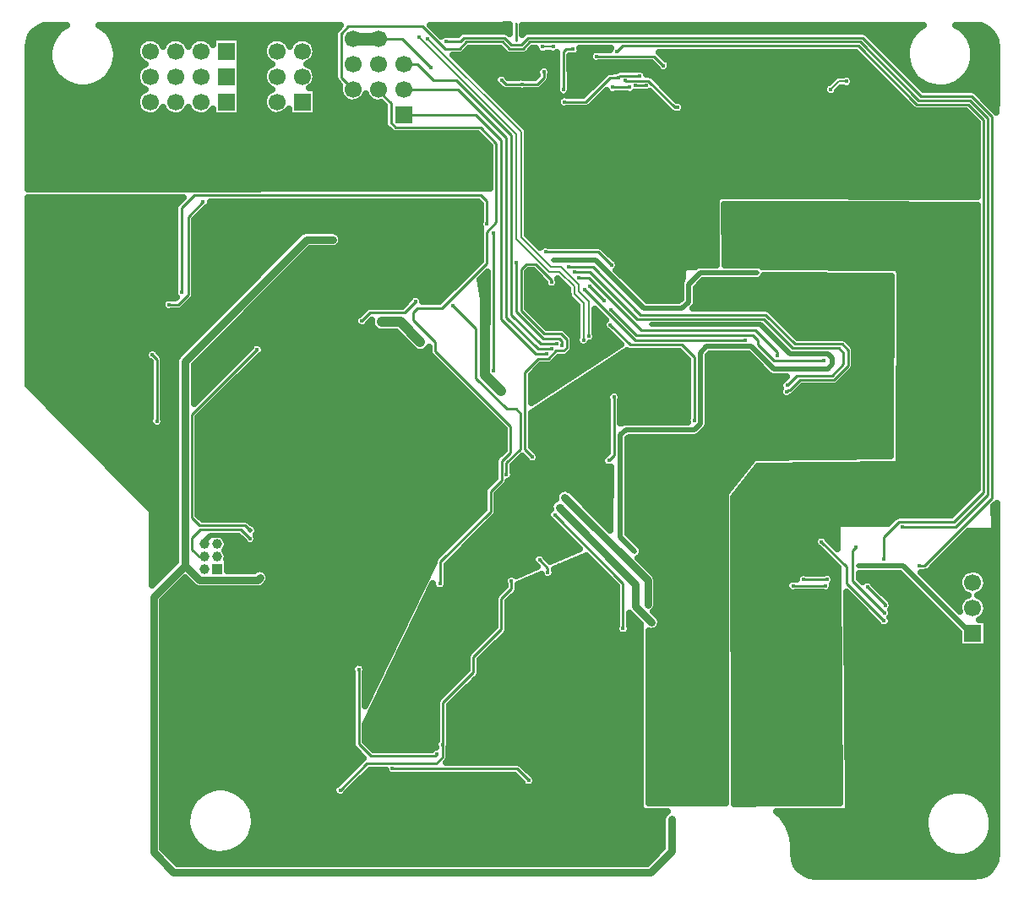
<source format=gbl>
G04 DipTrace 2.4.0.2*
%INBottom.gbr*%
%MOIN*%
%ADD13C,0.01*%
%ADD14C,0.015*%
%ADD15C,0.04*%
%ADD17C,0.0079*%
%ADD18C,0.02*%
%ADD19C,0.03*%
%ADD21C,0.05*%
%ADD22C,0.007*%
%ADD23C,0.025*%
%ADD34R,0.0669X0.0669*%
%ADD35C,0.0669*%
%ADD40R,0.0394X0.0394*%
%ADD41C,0.0394*%
%ADD74C,0.011*%
%FSLAX44Y44*%
G04*
G70*
G90*
G75*
G01*
%LNBottom*%
%LPD*%
X18300Y26212D2*
D15*
X19031D1*
X19820Y25422D1*
X9900Y26892D2*
D13*
X10260D1*
X10660Y27292D1*
Y30362D1*
X11250Y30952D1*
X19640Y27017D2*
X19205Y26582D1*
X17850D1*
X17521Y26253D1*
X22370Y26972D2*
D15*
Y24122D1*
X22570Y23922D1*
X22785Y23707D1*
X23000Y23492D1*
X22370Y26972D2*
Y27362D1*
X22780Y23712D2*
X22785Y23707D1*
X22570Y23922D2*
D3*
X11290Y17442D2*
D18*
Y17542D1*
X11550Y17802D1*
X12060D1*
X12250Y17612D1*
X12680D1*
X13070Y17222D1*
X15250D1*
D14*
X15310Y17282D1*
X39510Y16582D2*
D13*
X39710D1*
X42370Y19242D1*
Y34322D1*
X41563Y35129D1*
X39563D1*
X37260Y37432D1*
X24081D1*
X23816Y37166D1*
X23408D1*
X23143Y37432D1*
X21545D1*
X21410Y37297D1*
X20837D1*
X18160Y35402D2*
Y35492D1*
X18010D1*
Y35402D1*
X18100D1*
X18660Y34842D1*
Y34072D1*
X18840Y33892D1*
X22190D1*
X22820Y33262D1*
Y30142D1*
X22440Y29762D1*
Y28522D1*
X20680Y26762D1*
X19690D1*
X19530Y26602D1*
Y26302D1*
X20410Y25422D1*
Y25062D1*
X23380Y22092D1*
Y21062D1*
X23030Y20712D1*
Y19962D1*
X22590Y19522D1*
Y18722D1*
X20610Y16742D1*
Y15902D1*
X20590Y15882D1*
X20430Y12102D2*
X20060D1*
X19540Y11582D1*
X11290Y16942D2*
X11110D1*
X10820Y17232D1*
Y17692D1*
X11140Y18012D1*
X12750D1*
X13100Y17662D1*
X13090Y17982D2*
X12900Y18172D1*
X11120D1*
X10800Y18492D1*
Y22542D1*
X13380Y25122D1*
X28930Y26122D2*
D18*
X33240D1*
X34410Y24952D1*
X35900D1*
X36080Y24772D1*
Y24542D1*
X35900Y24362D1*
X33760D1*
X32880Y25242D1*
X31110D1*
X30870Y25002D1*
Y22202D1*
X30630Y21962D1*
X27930D1*
X27710Y21742D1*
Y17722D1*
X28280Y17152D1*
X25340Y18882D2*
D19*
X25300D1*
X28320Y15862D1*
Y14972D1*
X28940Y14352D1*
X28790Y15042D2*
Y16022D1*
X25520Y19292D1*
X27820Y14112D2*
D13*
Y15902D1*
X25130Y18592D1*
X23220Y20202D2*
Y20652D1*
X23770Y21202D1*
Y22602D1*
X23590Y22782D1*
X23240D1*
X22020Y24002D1*
Y25942D1*
X21100Y26862D1*
X26070Y27952D2*
X26460D1*
X28530Y25882D1*
X33050D1*
X33900Y25032D1*
Y24872D1*
X25910Y28182D2*
X26520D1*
X28370Y26332D1*
X33360D1*
X34520Y25172D1*
X36330D1*
X36510Y24992D1*
Y24552D1*
X36060Y24102D1*
X34680D1*
X34290Y23712D1*
X32630Y25492D2*
X28290D1*
X26290Y27492D1*
X22720Y24292D2*
Y29732D1*
X24770Y28982D2*
X26840D1*
X27360Y28462D1*
X26490Y27632D2*
X27060Y27062D1*
X25660Y28372D2*
X26630D1*
X28500Y26502D1*
X33430D1*
X34590Y25342D1*
X36460D1*
X36700Y25102D1*
Y24502D1*
X36130Y23932D1*
X34810D1*
X34410Y23532D1*
X34340D1*
X34270Y23462D1*
X30630Y22312D2*
Y24822D1*
X30140Y25312D1*
X28100D1*
X27310Y26102D1*
X37110Y16582D2*
D18*
X38870D1*
X41530Y13922D1*
X41620D1*
X29969Y34680D2*
D13*
X29861D1*
X28810Y35732D1*
X27890D1*
Y35744D1*
X17160Y37402D2*
D21*
X18160D1*
D13*
X19090D1*
X20250Y36242D1*
X16360Y29462D2*
D19*
X15330D1*
X10538Y24670D1*
Y18302D1*
Y16603D1*
X11110Y16032D1*
X13410D1*
X13500Y16122D1*
X29730Y6572D2*
Y5312D1*
X28900Y4482D1*
X10080D1*
X9290Y5272D1*
Y15355D1*
X10538Y16603D1*
X25080Y28642D2*
D18*
X26750D1*
X28650Y26742D1*
X30140D1*
X30390Y26992D1*
Y27692D1*
X30860Y28162D1*
X33090D1*
X25000Y27782D2*
D13*
Y27852D1*
X24360Y28492D1*
X24010D1*
X23800Y28282D1*
Y26662D1*
X24710Y25752D1*
X25370D1*
X25600Y25522D1*
Y25202D1*
X25470Y25072D1*
X25180D1*
X24870Y24762D1*
X24470D1*
X23940Y24232D1*
Y21172D1*
X24230Y20882D1*
X35740Y24682D2*
X33780D1*
X33153Y25309D1*
Y25499D1*
X32950Y25702D1*
X28350D1*
X27350Y26702D1*
X23610Y28552D2*
Y26612D1*
X24660Y25562D1*
X25290D1*
X25410Y25442D1*
Y25282D1*
X27460Y23242D2*
Y20942D1*
X27260Y20742D1*
X38140Y14722D2*
X36870Y15992D1*
Y17192D1*
X36990Y17312D1*
X23592Y37334D2*
Y37993D1*
X38115Y14417D2*
X36630Y15902D1*
Y16552D1*
X35650Y17532D1*
X24850Y16335D2*
Y16502D1*
X24530Y16822D1*
X9430Y22302D2*
Y24732D1*
X9251Y24910D1*
X24800Y24962D2*
X24370D1*
X23010Y26322D1*
Y33382D1*
X21990Y34402D1*
X19160D1*
X24990Y25152D2*
X24460D1*
X23210Y26402D1*
Y33482D1*
X21290Y35402D1*
X19160D1*
X25190Y25342D2*
X24560D1*
X23410Y26492D1*
Y33582D1*
X21241Y35751D1*
X20350D1*
X19700Y36402D1*
X19160D1*
X35865Y16046D2*
X34950D1*
X35800Y15792D2*
X34530D1*
X38850Y18122D2*
X40950D1*
X42210Y19382D1*
Y34252D1*
X41497Y34965D1*
X39487D1*
X37180Y37272D1*
X24154D1*
X23882Y37000D1*
X23338D1*
X23067Y37271D1*
X21643D1*
X21365Y36993D1*
X20794D1*
X19916Y37872D1*
X16980D1*
X16700Y37592D1*
Y35862D1*
X17160Y35402D1*
X38160Y15032D2*
Y15052D1*
X37460Y15752D1*
X20690Y9532D2*
Y9032D1*
X20440Y8782D1*
X17720D1*
X16660Y7722D1*
X23410Y15982D2*
Y15682D1*
X23010Y15282D1*
Y14082D1*
X21910Y12982D1*
Y12382D1*
X20710Y11182D1*
Y9532D1*
X20690D1*
X17390Y12502D2*
Y9552D1*
X17870Y9072D1*
X20390D1*
X20480Y9162D1*
X24090Y8112D2*
X24110D1*
X23640Y8582D1*
X18720D1*
X10400Y27382D2*
Y30722D1*
X10890Y31212D1*
X22200D1*
X22440Y30972D1*
Y30072D1*
X27640Y35852D2*
Y35872D1*
X27700Y35932D1*
X28471D1*
X28481Y35922D1*
X25500Y34902D2*
X26350D1*
X27300Y35852D1*
X27640D1*
X24690Y36077D2*
Y35862D1*
X24430Y35602D1*
X23826D1*
X23190D1*
X23030Y35762D1*
X26770Y36692D2*
X29050D1*
X29410Y36332D1*
X28730Y35542D2*
X28290D1*
X25470Y35392D2*
Y36902D1*
X25555Y36987D1*
X25850D1*
X24650Y37072D2*
D22*
X25060D1*
X27570Y36882D2*
D13*
X27800Y37112D1*
X37110D1*
X39420Y34802D1*
X41430D1*
X42050Y34182D1*
Y19502D1*
X40870Y18322D1*
X38690D1*
X38100Y17732D1*
Y16862D1*
X28087Y35472D2*
X27410D1*
X26260Y25502D2*
D17*
Y26962D1*
X25890Y27332D1*
Y27612D1*
X25310Y28192D1*
X24890D1*
X23600Y29482D1*
Y33628D1*
X19760Y37468D1*
X36633Y35705D2*
X36331D1*
X36013Y35386D1*
X26470Y25642D2*
Y27012D1*
X26060Y27422D1*
Y27692D1*
X25370Y28382D1*
X24960D1*
X23790Y29552D1*
Y33714D1*
X20105Y37400D1*
D14*
X18300Y26212D3*
X19820Y25422D3*
X9900Y26892D3*
X11250Y30952D3*
X19640Y27017D3*
X17521Y26253D3*
X22370Y26972D3*
X23000Y23492D3*
X22370Y26972D3*
X39510Y16582D3*
X20837Y37297D3*
X20590Y15882D3*
X20430Y12102D3*
X13100Y17662D3*
X13380Y25122D3*
D18*
X13090Y17982D3*
D14*
X28930Y26122D3*
X28280Y17152D3*
X25340Y18882D3*
X28940Y14352D3*
D18*
X28790Y15042D3*
D14*
X25520Y19292D3*
X27820Y14112D3*
X25130Y18592D3*
X23220Y20202D3*
X21100Y26862D3*
X26070Y27952D3*
X33900Y24872D3*
X25910Y28182D3*
X34290Y23712D3*
X32630Y25492D3*
X26290Y27492D3*
X22720Y24292D3*
Y29732D3*
X24770Y28982D3*
X27360Y28462D3*
X26490Y27632D3*
X27060Y27062D3*
X25660Y28372D3*
X34270Y23462D3*
X30630Y22312D3*
X27310Y26102D3*
X37110Y16582D3*
X29969Y34680D3*
X27890Y35744D3*
X20250Y36242D3*
X16360Y29462D3*
X10538Y24670D3*
Y18302D3*
X13500Y16122D3*
X29730Y6572D3*
X25080Y28642D3*
X33090Y28162D3*
X25000Y27782D3*
X24230Y20882D3*
X35740Y24682D3*
X27350Y26702D3*
X23610Y28552D3*
X25410Y25282D3*
X27460Y23242D3*
X27260Y20742D3*
X38140Y14722D3*
X36990Y17312D3*
D74*
X23592Y37334D3*
Y37993D3*
D14*
X38115Y14417D3*
X35650Y17532D3*
X24850Y16335D3*
X24530Y16822D3*
X9430Y22302D3*
X9251Y24910D3*
X24800Y24962D3*
X24990Y25152D3*
X25190Y25342D3*
X35865Y16046D3*
X34950D3*
X35800Y15792D3*
X34530D3*
X38850Y18122D3*
X38160Y15032D3*
X37460Y15752D3*
X20690Y9532D3*
X16660Y7722D3*
X23410Y15982D3*
X20690Y9532D3*
X17390Y12502D3*
X20480Y9162D3*
X24090Y8112D3*
X18720Y8582D3*
X10400Y27382D3*
X22440Y30072D3*
X27640Y35852D3*
X28481Y35922D3*
X25500Y34902D3*
X27640Y35852D3*
X24690Y36077D3*
X23826Y35602D3*
X23030Y35762D3*
X26770Y36692D3*
X29410Y36332D3*
X28730Y35542D3*
X28290D3*
X25470Y35392D3*
X25850Y36987D3*
X24650Y37072D3*
X25060D3*
X27570Y36882D3*
X38100Y16862D3*
X28087Y35472D3*
X27410D3*
X26260Y25502D3*
X19760Y37468D3*
X36633Y35705D3*
X36013Y35386D3*
X26470Y25642D3*
X20105Y37400D3*
X24310Y22482D3*
X24610D3*
Y22182D3*
X24310D3*
Y21882D3*
X24610D3*
X24910Y22482D3*
Y22182D3*
X29410Y24482D3*
X29810D3*
X30210D3*
Y24082D3*
Y23682D3*
X29810Y24082D3*
X29410D3*
Y23682D3*
X29810D3*
X24810Y27082D3*
X25210D3*
X25010Y26682D3*
X25410D3*
X25610Y27082D3*
X25810Y26682D3*
X24910Y26882D3*
X25310D3*
X24810Y26482D3*
X24910Y26282D3*
X25710Y26882D3*
X25010Y26082D3*
X25210Y26482D3*
X25310Y26282D3*
X25410Y26082D3*
X25610Y26482D3*
X25710Y26282D3*
X25810Y26082D3*
X25710Y24082D3*
X24810D3*
X25110D3*
X25410D3*
X24810Y23782D3*
X25110D3*
X24810Y23482D3*
X24510Y23782D3*
Y23482D3*
X25410Y23782D3*
X17710Y10282D3*
X17910D3*
X18110D3*
X18310D3*
X18510D3*
X18710D3*
X17810Y10082D3*
X18010D3*
X18210D3*
X18410D3*
X18610D3*
X17910Y9882D3*
X18110D3*
X18310D3*
X18510D3*
X18710D3*
X17710D3*
X22370Y27362D3*
X22780Y23712D3*
X22570Y23922D3*
X11910Y22582D3*
X31910Y30582D3*
Y30382D3*
Y30182D3*
Y29982D3*
X32110Y30582D3*
Y30382D3*
Y30182D3*
Y29982D3*
X32310Y30582D3*
Y30382D3*
Y30182D3*
Y29982D3*
X32510Y30582D3*
Y30382D3*
Y30182D3*
Y29982D3*
X31010Y8682D3*
X31310D3*
X31610D3*
X31910D3*
Y8482D3*
X31610D3*
X31310D3*
X31010D3*
Y8282D3*
X31310D3*
X31610D3*
X31910D3*
Y8082D3*
X31610D3*
X31310D3*
X31010D3*
X34610Y9082D3*
X34910D3*
X35210D3*
X35510D3*
X35810D3*
X35510Y8782D3*
X35810D3*
X35210D3*
X34910D3*
X34610D3*
Y8482D3*
X34910D3*
X35210D3*
X35510D3*
X35810D3*
Y8182D3*
X35510D3*
X35210D3*
X34910D3*
X34610D3*
X28410Y28182D3*
X28710D3*
X29010D3*
X29310D3*
X28410Y27982D3*
X28710D3*
X29010D3*
X29310D3*
Y27782D3*
X29010D3*
X28710D3*
X28410D3*
X15510Y17482D3*
X15910D3*
X15710Y17282D3*
X15310D3*
X15910Y14582D3*
X16910D3*
X17910D3*
X18910D3*
Y13582D3*
X17910D3*
X16910D3*
X15910D3*
Y12582D3*
X16910D3*
Y11582D3*
X15910D3*
X16910Y10582D3*
X15910D3*
X16910Y9582D3*
X15910D3*
X16910Y8582D3*
X15910D3*
Y7582D3*
X23910Y14582D3*
X24910D3*
X25910D3*
Y13582D3*
X24910D3*
X23910D3*
Y12582D3*
X24910D3*
X25910D3*
X26910D3*
Y13582D3*
X27910Y12582D3*
X23910Y6582D3*
X22910D3*
X21910D3*
Y7582D3*
X22910D3*
X23910D3*
X24910Y29582D3*
X17910Y28582D3*
X31410Y27582D3*
Y27282D3*
Y26982D3*
X31710D3*
Y27282D3*
Y27582D3*
X32010D3*
Y27282D3*
Y26982D3*
X32310D3*
Y27282D3*
Y27582D3*
X25910Y29582D3*
X26910D3*
X27910D3*
X28910D3*
X24910Y30582D3*
X25910D3*
X26910D3*
X27910D3*
X28910D3*
X24910Y31582D3*
X25910D3*
X26910D3*
X27910D3*
X28910D3*
X29910D3*
Y30582D3*
X17910Y29582D3*
X16910D3*
X18910Y28582D3*
Y29582D3*
Y27582D3*
X19910Y28582D3*
Y29582D3*
X20910Y28582D3*
Y29582D3*
X16910Y30582D3*
X17910D3*
X18910D3*
X19910D3*
X20910D3*
X6910Y31582D3*
X5910D3*
X4910D3*
Y32582D3*
X5910D3*
X6910D3*
Y33582D3*
X5910D3*
X4910D3*
Y34582D3*
X5910D3*
X6910D3*
X12910Y22582D3*
X13910D3*
X14910D3*
X15910D3*
X11910Y21582D3*
X12910D3*
X13910D3*
X14910D3*
X15910D3*
X16910D3*
Y20582D3*
X15910D3*
X14910D3*
X13910D3*
X12910D3*
X11910D3*
X12910Y19582D3*
X13910D3*
X14910D3*
X15910D3*
X16910D3*
X17910D3*
Y20582D3*
X7910Y29582D3*
X8910D3*
X9910D3*
Y28582D3*
X8910D3*
X7910D3*
Y27582D3*
X8910D3*
X9910D3*
X23785Y36582D3*
X24035D3*
Y36332D3*
X23785D3*
X28020Y34932D3*
X28320D3*
X28160Y34082D3*
X27660D3*
X22910Y37082D3*
X22410D3*
X21910D3*
X22410Y36582D3*
Y36082D3*
X25160Y35832D3*
X24910Y36082D3*
X25910Y35832D3*
X26410D3*
X26910Y36082D3*
Y37082D3*
X10160Y22332D3*
X7410Y24332D3*
Y25082D3*
X8160D3*
X39740Y16302D3*
X27799Y24938D2*
D23*
X30131D1*
X27412Y24689D2*
X30354D1*
X27029Y24440D2*
X30354D1*
X26642Y24192D2*
X30354D1*
X26259Y23943D2*
X30354D1*
X25873Y23694D2*
X30354D1*
X25490Y23446D2*
X27249D1*
X27674D2*
X30354D1*
X25103Y23197D2*
X27163D1*
X27759D2*
X30354D1*
X24720Y22948D2*
X27182D1*
X27736D2*
X30354D1*
X24334Y22700D2*
X27182D1*
X27736D2*
X30354D1*
X24216Y22451D2*
X27182D1*
X27736D2*
X30354D1*
X24216Y22202D2*
X27182D1*
X24216Y21954D2*
X27182D1*
X24216Y21705D2*
X27182D1*
X24216Y21456D2*
X27182D1*
X24287Y21208D2*
X27182D1*
X24521Y20959D2*
X27065D1*
X23658Y20710D2*
X23987D1*
X24474D2*
X26959D1*
X23498Y20461D2*
X27327D1*
X23521Y20213D2*
X27323D1*
X23388Y19964D2*
X27319D1*
X23166Y19715D2*
X27315D1*
X22916Y19467D2*
X25190D1*
X25869D2*
X27311D1*
X22865Y19218D2*
X25151D1*
X26115D2*
X27311D1*
X22865Y18969D2*
X24936D1*
X26365D2*
X27307D1*
X22865Y18721D2*
X24862D1*
X26615D2*
X27303D1*
X22720Y18472D2*
X24854D1*
X26861D2*
X27299D1*
X22474Y18223D2*
X25116D1*
X27111D2*
X27295D1*
X22224Y17975D2*
X25366D1*
X21974Y17726D2*
X25616D1*
X21728Y17477D2*
X25862D1*
X21478Y17229D2*
X26045D1*
X21228Y16980D2*
X24280D1*
X24783D2*
X25452D1*
X20982Y16731D2*
X24245D1*
X20888Y16482D2*
X24260D1*
X20888Y16234D2*
X23272D1*
X20888Y15985D2*
X23108D1*
X20849Y15736D2*
X23084D1*
X20150Y15488D2*
X22834D1*
X20033Y15239D2*
X22733D1*
X19912Y14990D2*
X22733D1*
X19795Y14742D2*
X22733D1*
X19674Y14493D2*
X22733D1*
X19556Y14244D2*
X22733D1*
X19435Y13996D2*
X22541D1*
X19314Y13747D2*
X22295D1*
X19201Y13498D2*
X22045D1*
X19076Y13250D2*
X21795D1*
X18959Y13001D2*
X21635D1*
X18838Y12752D2*
X21631D1*
X18716Y12503D2*
X21631D1*
X18599Y12255D2*
X21401D1*
X18478Y12006D2*
X21155D1*
X18361Y11757D2*
X20905D1*
X18240Y11509D2*
X20655D1*
X18123Y11260D2*
X20444D1*
X18002Y11011D2*
X20432D1*
X17881Y10763D2*
X20432D1*
X17763Y10514D2*
X20432D1*
X17666Y10265D2*
X20432D1*
X17666Y10017D2*
X20432D1*
X17666Y9768D2*
X20432D1*
X17802Y9519D2*
X20389D1*
X19165Y13487D2*
X19142Y13440D1*
X17642Y10316D1*
Y9654D1*
X17974Y9324D1*
X20257D1*
X20312Y9382D1*
X20429Y9433D1*
X20413Y9536D1*
X20443Y9657D1*
X20460Y9677D1*
X20458Y11182D1*
X20491Y11304D1*
X20532Y11360D1*
X21656Y12484D1*
X21658Y12982D1*
X21691Y13104D1*
X21732Y13160D1*
X22757Y14184D1*
X22758Y15282D1*
X22791Y15404D1*
X22832Y15460D1*
X23159Y15795D1*
X23158Y15865D1*
X23133Y15986D1*
X23163Y16107D1*
X23242Y16202D1*
X23355Y16253D1*
X23479Y16250D1*
X23592Y16193D1*
X24447Y16550D1*
X24355Y16607D1*
X24279Y16705D1*
X24253Y16826D1*
X24283Y16947D1*
X24362Y17042D1*
X24475Y17093D1*
X24599Y17090D1*
X24709Y17033D1*
X24786Y16923D1*
X24948Y16759D1*
X26119Y17249D1*
X25032Y18334D1*
X24955Y18377D1*
X24879Y18475D1*
X24853Y18596D1*
X24883Y18717D1*
X24956Y18809D1*
X24950Y18915D1*
X24976Y19018D1*
X25031Y19109D1*
X25111Y19179D1*
X25162Y19205D1*
X25182Y19389D1*
X25237Y19500D1*
X25327Y19586D1*
X25441Y19635D1*
X25565Y19641D1*
X25684Y19603D1*
X25769Y19540D1*
X27318Y17991D1*
X27350Y20477D1*
X27196Y20472D1*
X27085Y20527D1*
X27009Y20625D1*
X26983Y20746D1*
X27013Y20867D1*
X27092Y20962D1*
X27152Y20989D1*
X27206Y21044D1*
X27208Y23125D1*
X27183Y23246D1*
X27213Y23367D1*
X27292Y23462D1*
X27405Y23513D1*
X27529Y23510D1*
X27639Y23453D1*
X27713Y23354D1*
X27737Y23242D1*
X27712Y23117D1*
Y22214D1*
X27767Y22213D1*
X27857Y22255D1*
X28055Y22264D1*
X30356D1*
X30353Y22316D1*
X30378Y22437D1*
Y24714D1*
X30035Y25060D1*
X28065Y25063D1*
X27978Y25071D1*
X24189Y22622D1*
X24192Y22232D1*
Y21275D1*
X24325Y21143D1*
X24409Y21093D1*
X24483Y20994D1*
X24507Y20882D1*
X24479Y20761D1*
X24402Y20664D1*
X24290Y20611D1*
X24166Y20612D1*
X24055Y20667D1*
X23963Y20792D1*
X23839Y20916D1*
X23470Y20545D1*
X23473Y20314D1*
X23497Y20202D1*
X23469Y20081D1*
X23392Y19984D1*
X23280Y19930D1*
X23235Y19815D1*
X22841Y19416D1*
X22842Y18722D1*
X22809Y18599D1*
X22768Y18543D1*
X20860Y16635D1*
X20862Y15932D1*
X20867Y15882D1*
X20839Y15761D1*
X20762Y15664D1*
X20650Y15611D1*
X20526Y15612D1*
X20415Y15667D1*
X20339Y15765D1*
X20315Y15875D1*
X19315Y13798D1*
X19178Y13513D1*
X24078Y28078D2*
X24391D1*
X24078Y27829D2*
X24641D1*
X24078Y27580D2*
X24786D1*
X25215D2*
X25555D1*
X24078Y27332D2*
X25622D1*
X24078Y27083D2*
X25770D1*
X24078Y26834D2*
X25993D1*
X24258Y26586D2*
X25993D1*
X24504Y26337D2*
X25993D1*
X26738D2*
X27063D1*
X24754Y26088D2*
X25993D1*
X26738D2*
X27009D1*
X25664Y25840D2*
X25993D1*
X26738D2*
X27192D1*
X26766Y25591D2*
X27438D1*
X25875Y25342D2*
X26008D1*
X26512D2*
X27688D1*
X25851Y25094D2*
X27387D1*
X25605Y24845D2*
X27001D1*
X25086Y24596D2*
X26618D1*
X24437Y24348D2*
X26231D1*
X24219Y24099D2*
X25848D1*
X24219Y23850D2*
X25462D1*
X24219Y23601D2*
X25079D1*
X24219Y23353D2*
X24692D1*
X24189Y23011D2*
X27745Y25310D1*
X27212Y25843D1*
X27135Y25887D1*
X27059Y25985D1*
X27033Y26106D1*
X27063Y26227D1*
X27125Y26301D1*
X26711Y26714D1*
X26712Y25773D1*
X26747Y25642D1*
X26719Y25521D1*
X26642Y25424D1*
X26530Y25371D1*
X26503D1*
X26432Y25284D1*
X26320Y25231D1*
X26196Y25232D1*
X26085Y25287D1*
X26009Y25385D1*
X25983Y25506D1*
X26020Y25636D1*
X26018Y26865D1*
X25719Y27160D1*
X25657Y27271D1*
X25648Y27332D1*
Y27515D1*
X25241Y27918D1*
X25277Y27782D1*
X25249Y27661D1*
X25172Y27564D1*
X25060Y27511D1*
X24936Y27512D1*
X24825Y27567D1*
X24749Y27665D1*
X24727Y27767D1*
X24256Y28240D1*
X24114D1*
X24053Y28178D1*
X24052Y26763D1*
X24815Y26003D1*
X25370Y26004D1*
X25493Y25971D1*
X25548Y25930D1*
X25778Y25700D1*
X25842Y25590D1*
X25852Y25522D1*
Y25202D1*
X25813Y25067D1*
X25648Y24893D1*
X25540Y24831D1*
X25470Y24820D1*
X25286D1*
X25048Y24583D1*
X24938Y24520D1*
X24870Y24510D1*
X24577D1*
X24192Y24128D1*
Y23017D1*
X4610Y37688D2*
X5517D1*
X7485D2*
X16443D1*
X4442Y37439D2*
X5329D1*
X7672D2*
X16423D1*
X4368Y37190D2*
X5216D1*
X7782D2*
X8685D1*
X12723D2*
X13685D1*
X15637D2*
X16423D1*
X4352Y36942D2*
X5161D1*
X7840D2*
X8599D1*
X12723D2*
X13599D1*
X15719D2*
X16423D1*
X4352Y36693D2*
X5150D1*
X7848D2*
X8642D1*
X12723D2*
X13642D1*
X15680D2*
X16423D1*
X4352Y36444D2*
X5189D1*
X7809D2*
X8853D1*
X12723D2*
X13853D1*
X15465D2*
X16423D1*
X4352Y36196D2*
X5279D1*
X7719D2*
X8693D1*
X12723D2*
X13685D1*
X15633D2*
X16423D1*
X4352Y35947D2*
X5435D1*
X7563D2*
X8603D1*
X12723D2*
X13599D1*
X15719D2*
X16423D1*
X4352Y35698D2*
X5696D1*
X7305D2*
X8634D1*
X12723D2*
X13638D1*
X15680D2*
X16482D1*
X4352Y35450D2*
X6368D1*
X6633D2*
X8829D1*
X12723D2*
X13845D1*
X15473D2*
X16599D1*
X4352Y35201D2*
X8696D1*
X12723D2*
X13689D1*
X15723D2*
X16638D1*
X4352Y34952D2*
X8603D1*
X12723D2*
X13603D1*
X15723D2*
X16841D1*
X17477D2*
X17841D1*
X4356Y34704D2*
X8634D1*
X12723D2*
X13638D1*
X15723D2*
X18384D1*
X4356Y34455D2*
X8821D1*
X9496D2*
X9821D1*
X10496D2*
X10821D1*
X12723D2*
X13837D1*
X15723D2*
X18384D1*
X4356Y34206D2*
X18384D1*
X4356Y33958D2*
X18411D1*
X4356Y33709D2*
X18642D1*
X4356Y33460D2*
X22239D1*
X4356Y33211D2*
X22489D1*
X4356Y32963D2*
X22544D1*
X4356Y32714D2*
X22544D1*
X4360Y32465D2*
X22544D1*
X4360Y32217D2*
X22544D1*
X4360Y31968D2*
X22544D1*
X4360Y31719D2*
X22544D1*
X4360Y31471D2*
X17458D1*
X15432Y35438D2*
X15697D1*
Y34365D1*
X14623D1*
Y34634D1*
X14571Y34556D1*
X14480Y34471D1*
X14372Y34409D1*
X14252Y34373D1*
X14128Y34366D1*
X14005Y34388D1*
X13891Y34437D1*
X13791Y34512D1*
X13711Y34608D1*
X13655Y34719D1*
X13627Y34841D1*
Y34965D1*
X13656Y35087D1*
X13713Y35198D1*
X13793Y35293D1*
X13894Y35367D1*
X13969Y35399D1*
X13891Y35437D1*
X13791Y35512D1*
X13711Y35608D1*
X13655Y35719D1*
X13627Y35841D1*
Y35965D1*
X13656Y36087D1*
X13713Y36198D1*
X13793Y36293D1*
X13894Y36367D1*
X13969Y36399D1*
X13891Y36437D1*
X13791Y36512D1*
X13711Y36608D1*
X13655Y36719D1*
X13627Y36841D1*
Y36965D1*
X13656Y37087D1*
X13713Y37198D1*
X13793Y37293D1*
X13894Y37367D1*
X14008Y37416D1*
X14131Y37437D1*
X14256Y37430D1*
X14375Y37393D1*
X14483Y37330D1*
X14573Y37244D1*
X14641Y37140D1*
X14658Y37092D1*
X14713Y37198D1*
X14793Y37293D1*
X14894Y37367D1*
X15008Y37416D1*
X15131Y37437D1*
X15256Y37430D1*
X15375Y37393D1*
X15483Y37330D1*
X15573Y37244D1*
X15641Y37140D1*
X15683Y37022D1*
X15697Y36902D1*
X15682Y36778D1*
X15639Y36660D1*
X15571Y36556D1*
X15480Y36471D1*
X15353Y36403D1*
X15483Y36330D1*
X15573Y36244D1*
X15641Y36140D1*
X15683Y36022D1*
X15697Y35902D1*
X15682Y35778D1*
X15639Y35660D1*
X15571Y35556D1*
X15480Y35471D1*
X15423Y35438D1*
X18271Y34878D2*
X18128Y34866D1*
X18005Y34888D1*
X17891Y34937D1*
X17791Y35012D1*
X17711Y35108D1*
X17660Y35209D1*
X17639Y35160D1*
X17571Y35056D1*
X17480Y34971D1*
X17372Y34909D1*
X17252Y34873D1*
X17128Y34866D1*
X17005Y34888D1*
X16891Y34937D1*
X16791Y35012D1*
X16711Y35108D1*
X16655Y35219D1*
X16627Y35341D1*
Y35465D1*
X16648Y35553D1*
X16522Y35683D1*
X16458Y35793D1*
X16448Y35862D1*
Y37592D1*
X16481Y37714D1*
X16522Y37770D1*
X16680Y37929D1*
X7137Y37935D1*
X7313Y37820D1*
X7495Y37649D1*
X7642Y37447D1*
X7748Y37221D1*
X7810Y36979D1*
X7826Y36772D1*
X7803Y36523D1*
X7733Y36283D1*
X7620Y36061D1*
X7467Y35864D1*
X7280Y35699D1*
X7065Y35571D1*
X6830Y35487D1*
X6583Y35448D1*
X6334Y35456D1*
X6090Y35510D1*
X5861Y35609D1*
X5655Y35750D1*
X5478Y35926D1*
X5338Y36133D1*
X5239Y36362D1*
X5184Y36605D1*
X5176Y36855D1*
X5215Y37101D1*
X5300Y37336D1*
X5427Y37551D1*
X5592Y37738D1*
X5789Y37891D1*
X5867Y37936D1*
X5215Y37937D1*
X4965Y37905D1*
X4760Y37821D1*
X4582Y37687D1*
X4445Y37510D1*
X4359Y37304D1*
X4325Y37056D1*
X4335Y31457D1*
X22565Y31476D1*
X22568Y32517D1*
Y33160D1*
X22087Y33639D1*
X18840Y33640D1*
X18717Y33673D1*
X18662Y33713D1*
X18482Y33893D1*
X18418Y34003D1*
X18408Y34072D1*
Y34740D1*
X18269Y34876D1*
X11748Y37438D2*
X12697D1*
X12693Y36365D1*
X12697Y35803D1*
X12693Y35355D1*
X12697Y34928D1*
Y34355D1*
X11623D1*
Y34624D1*
X11571Y34546D1*
X11480Y34461D1*
X11372Y34399D1*
X11252Y34363D1*
X11128Y34356D1*
X11005Y34378D1*
X10891Y34427D1*
X10791Y34502D1*
X10711Y34598D1*
X10660Y34699D1*
X10639Y34650D1*
X10571Y34546D1*
X10480Y34461D1*
X10372Y34399D1*
X10252Y34363D1*
X10128Y34356D1*
X10005Y34378D1*
X9891Y34427D1*
X9791Y34502D1*
X9711Y34598D1*
X9660Y34699D1*
X9639Y34650D1*
X9571Y34546D1*
X9480Y34461D1*
X9372Y34399D1*
X9252Y34363D1*
X9128Y34356D1*
X9005Y34378D1*
X8891Y34427D1*
X8791Y34502D1*
X8711Y34598D1*
X8655Y34709D1*
X8627Y34831D1*
Y34955D1*
X8656Y35077D1*
X8713Y35188D1*
X8793Y35283D1*
X8894Y35357D1*
X8969Y35389D1*
X8891Y35427D1*
X8791Y35502D1*
X8711Y35598D1*
X8655Y35709D1*
X8627Y35831D1*
Y35955D1*
X8656Y36077D1*
X8713Y36188D1*
X8793Y36283D1*
X8894Y36357D1*
X8983Y36396D1*
X8891Y36437D1*
X8791Y36512D1*
X8711Y36608D1*
X8655Y36719D1*
X8627Y36841D1*
Y36965D1*
X8656Y37087D1*
X8713Y37198D1*
X8793Y37293D1*
X8894Y37367D1*
X9008Y37416D1*
X9131Y37437D1*
X9256Y37430D1*
X9375Y37393D1*
X9483Y37330D1*
X9573Y37244D1*
X9641Y37140D1*
X9658Y37092D1*
X9713Y37198D1*
X9793Y37293D1*
X9894Y37367D1*
X10008Y37416D1*
X10131Y37437D1*
X10256Y37430D1*
X10375Y37393D1*
X10483Y37330D1*
X10573Y37244D1*
X10641Y37140D1*
X10658Y37092D1*
X10713Y37198D1*
X10793Y37293D1*
X10894Y37367D1*
X11008Y37416D1*
X11131Y37437D1*
X11256Y37430D1*
X11375Y37393D1*
X11483Y37330D1*
X11573Y37244D1*
X11622Y37169D1*
X11623Y37438D1*
X11748D1*
X30957Y27808D2*
X38380D1*
X30715Y27559D2*
X38376D1*
X30715Y27310D2*
X38376D1*
X30715Y27062D2*
X38376D1*
X30660Y26813D2*
X38376D1*
X33750Y26564D2*
X38372D1*
X33996Y26316D2*
X38372D1*
X34246Y26067D2*
X38372D1*
X34496Y25818D2*
X38372D1*
X36590Y25570D2*
X38368D1*
X36864Y25321D2*
X38368D1*
X36977Y25072D2*
X38368D1*
X31196Y24824D2*
X32845D1*
X36977D2*
X38368D1*
X31196Y24575D2*
X33095D1*
X36977D2*
X38364D1*
X31196Y24326D2*
X33345D1*
X36906D2*
X38364D1*
X31196Y24078D2*
X33634D1*
X36656D2*
X38364D1*
X31196Y23829D2*
X34013D1*
X36410D2*
X38364D1*
X31196Y23580D2*
X33993D1*
X34840D2*
X38360D1*
X31196Y23331D2*
X34001D1*
X34586D2*
X38360D1*
X31196Y23083D2*
X38360D1*
X31196Y22834D2*
X38356D1*
X31196Y22585D2*
X38356D1*
X31196Y22337D2*
X38356D1*
X31176Y22088D2*
X38356D1*
X30961Y21839D2*
X38353D1*
X28035Y21591D2*
X38353D1*
X28035Y21342D2*
X38353D1*
X28035Y21093D2*
X38353D1*
X28035Y20845D2*
X32954D1*
X28035Y20596D2*
X32759D1*
X28035Y20347D2*
X32564D1*
X28035Y20099D2*
X32368D1*
X28035Y19850D2*
X32173D1*
X28035Y19601D2*
X31978D1*
X28035Y19352D2*
X31829D1*
X28035Y19104D2*
X31829D1*
X28035Y18855D2*
X31833D1*
X28035Y18606D2*
X31833D1*
X28035Y18358D2*
X31833D1*
X28035Y18109D2*
X31833D1*
X28035Y17860D2*
X31833D1*
X28274Y17612D2*
X31833D1*
X28520Y17363D2*
X31833D1*
X28606Y17114D2*
X31837D1*
X28469Y16866D2*
X31837D1*
X28719Y16617D2*
X31837D1*
X28965Y16368D2*
X31837D1*
X29153Y16120D2*
X31837D1*
X29168Y15871D2*
X31837D1*
X29168Y15622D2*
X31841D1*
X29168Y15373D2*
X31841D1*
X29168Y15125D2*
X31841D1*
X29125Y14876D2*
X31841D1*
X29188Y14627D2*
X31841D1*
X29317Y14379D2*
X31841D1*
X29239Y14130D2*
X31841D1*
X28860Y13881D2*
X31845D1*
X28860Y13633D2*
X31845D1*
X28860Y13384D2*
X31845D1*
X28860Y13135D2*
X31845D1*
X28860Y12887D2*
X31845D1*
X28860Y12638D2*
X31845D1*
X28860Y12389D2*
X31849D1*
X28860Y12141D2*
X31849D1*
X28860Y11892D2*
X31849D1*
X28860Y11643D2*
X31849D1*
X28860Y11394D2*
X31849D1*
X28860Y11146D2*
X31849D1*
X28860Y10897D2*
X31853D1*
X28860Y10648D2*
X31853D1*
X28860Y10400D2*
X31853D1*
X28860Y10151D2*
X31853D1*
X28860Y9902D2*
X31853D1*
X28860Y9654D2*
X31853D1*
X28860Y9405D2*
X31853D1*
X28860Y9156D2*
X31856D1*
X28860Y8908D2*
X31856D1*
X28860Y8659D2*
X31856D1*
X28860Y8410D2*
X31856D1*
X28860Y8162D2*
X31856D1*
X28860Y7913D2*
X31856D1*
X28860Y7664D2*
X31860D1*
X28860Y7415D2*
X31860D1*
X34279Y24060D2*
X33760D1*
X33635Y24087D1*
X33546Y24148D1*
X32755Y24940D1*
X31235D1*
X31172Y24877D1*
Y22202D1*
X31144Y22077D1*
X31084Y21988D1*
X30844Y21748D1*
X30736Y21680D1*
X30630Y21660D1*
X28055D1*
X28012Y21617D1*
Y17847D1*
X28494Y17365D1*
X28561Y17261D1*
X28582Y17139D1*
X28551Y17018D1*
X28475Y16921D1*
X28417Y16889D1*
X29039Y16270D1*
X29110Y16168D1*
X29142Y16022D1*
Y15042D1*
X29120Y14919D1*
X29057Y14812D1*
X29012Y14775D1*
X29189Y14600D1*
X29260Y14498D1*
X29291Y14378D1*
X29278Y14254D1*
X29223Y14143D1*
X29133Y14057D1*
X29019Y14008D1*
X28895Y14002D1*
X28832Y14022D1*
X28835Y13182D1*
Y7207D1*
X31886D1*
X31855Y19371D1*
X31882Y19449D1*
X32945Y20800D1*
X33021Y20845D1*
X38378Y20905D1*
Y21532D1*
X38404Y28036D1*
X33370Y28049D1*
X33355Y28017D1*
X33275Y27923D1*
X33163Y27868D1*
X32965Y27860D1*
X30985D1*
X30692Y27567D1*
Y26992D1*
X30664Y26867D1*
X30604Y26778D1*
X30579Y26753D1*
X33430Y26754D1*
X33553Y26721D1*
X33608Y26680D1*
X34694Y25594D1*
X36460D1*
X36583Y25561D1*
X36638Y25520D1*
X36878Y25280D1*
X36942Y25170D1*
X36952Y25102D1*
Y24502D1*
X36919Y24379D1*
X36878Y24323D1*
X36308Y23753D1*
X36198Y23690D1*
X36130Y23680D1*
X34915D1*
X34579Y23344D1*
X34498Y23296D1*
X34442Y23244D1*
X34330Y23191D1*
X34206Y23192D1*
X34095Y23247D1*
X34019Y23345D1*
X33993Y23466D1*
X34023Y23587D1*
X34035Y23602D1*
X34013Y23716D1*
X34043Y23837D1*
X34122Y23932D1*
X34182Y23959D1*
X34280Y24058D1*
X31842Y30608D2*
X41772D1*
X31846Y30359D2*
X41772D1*
X31850Y30110D2*
X41772D1*
X31850Y29862D2*
X41772D1*
X31854Y29613D2*
X41772D1*
X31854Y29364D2*
X41772D1*
X31858Y29116D2*
X41772D1*
X31858Y28867D2*
X41772D1*
X31861Y28618D2*
X41772D1*
X36002Y28370D2*
X41772D1*
X38756Y28121D2*
X41772D1*
X38756Y27872D2*
X41772D1*
X38756Y27624D2*
X41772D1*
X38752Y27375D2*
X41772D1*
X38752Y27126D2*
X41772D1*
X38752Y26878D2*
X41772D1*
X38752Y26629D2*
X41772D1*
X38748Y26380D2*
X41772D1*
X38748Y26131D2*
X41772D1*
X38748Y25883D2*
X41772D1*
X38748Y25634D2*
X41772D1*
X38744Y25385D2*
X41772D1*
X38744Y25137D2*
X41772D1*
X38744Y24888D2*
X41772D1*
X38744Y24639D2*
X41772D1*
X38740Y24391D2*
X41772D1*
X38740Y24142D2*
X41772D1*
X38740Y23893D2*
X41772D1*
X38740Y23645D2*
X41772D1*
X38736Y23396D2*
X41772D1*
X38736Y23147D2*
X41772D1*
X38736Y22899D2*
X41772D1*
X38733Y22650D2*
X41772D1*
X38733Y22401D2*
X41772D1*
X38733Y22152D2*
X41772D1*
X38733Y21904D2*
X41772D1*
X38729Y21655D2*
X41772D1*
X38729Y21406D2*
X41772D1*
X38729Y21158D2*
X41772D1*
X38729Y20909D2*
X41772D1*
X38686Y20660D2*
X41772D1*
X33080Y20412D2*
X41772D1*
X32885Y20163D2*
X41772D1*
X32690Y19914D2*
X41772D1*
X32494Y19666D2*
X41772D1*
X32299Y19417D2*
X41585D1*
X32209Y19168D2*
X41335D1*
X32209Y18920D2*
X41085D1*
X32209Y18671D2*
X40839D1*
X32209Y18422D2*
X38409D1*
X32209Y18173D2*
X36249D1*
X32209Y17925D2*
X36253D1*
X32209Y17676D2*
X35390D1*
X35912D2*
X36253D1*
X32213Y17427D2*
X35370D1*
X32213Y17179D2*
X35620D1*
X32213Y16930D2*
X35870D1*
X32213Y16681D2*
X36120D1*
X32213Y16433D2*
X36269D1*
X32213Y16184D2*
X34686D1*
X36131D2*
X36267D1*
X32217Y15935D2*
X34269D1*
X36143D2*
X36275D1*
X32217Y15687D2*
X34249D1*
X36080D2*
X36276D1*
X32217Y15438D2*
X36276D1*
X32217Y15189D2*
X36280D1*
X32217Y14941D2*
X36280D1*
X32217Y14692D2*
X36284D1*
X32217Y14443D2*
X36288D1*
X32221Y14194D2*
X36288D1*
X32221Y13946D2*
X36292D1*
X32221Y13697D2*
X36296D1*
X32221Y13448D2*
X36296D1*
X32221Y13200D2*
X36300D1*
X32221Y12951D2*
X36300D1*
X32225Y12702D2*
X36304D1*
X32225Y12454D2*
X36308D1*
X32225Y12205D2*
X36308D1*
X32225Y11956D2*
X36311D1*
X32225Y11708D2*
X36315D1*
X32225Y11459D2*
X36315D1*
X32229Y11210D2*
X36319D1*
X32229Y10962D2*
X36323D1*
X32229Y10713D2*
X36323D1*
X32229Y10464D2*
X36327D1*
X32229Y10215D2*
X36327D1*
X32229Y9967D2*
X36331D1*
X32229Y9718D2*
X36335D1*
X32233Y9469D2*
X36335D1*
X32233Y9221D2*
X36339D1*
X32233Y8972D2*
X36343D1*
X32233Y8723D2*
X36343D1*
X32233Y8475D2*
X36347D1*
X32233Y8226D2*
X36351D1*
X32236Y7977D2*
X36351D1*
X32236Y7729D2*
X36354D1*
X32236Y7480D2*
X36354D1*
X32236Y7231D2*
X36358D1*
X33304Y28376D2*
X38530Y28364D1*
X38648Y28326D1*
X38721Y28223D1*
X38732Y28161D1*
X38702Y20781D1*
X38664Y20664D1*
X38561Y20590D1*
X38502Y20580D1*
X33139Y20521D1*
X32183Y19303D1*
X32212Y7204D1*
X33910Y7207D1*
X36383D1*
X36291Y16537D1*
X35554Y17271D1*
X35475Y17317D1*
X35399Y17415D1*
X35373Y17536D1*
X35403Y17657D1*
X35482Y17752D1*
X35595Y17803D1*
X35719Y17800D1*
X35829Y17743D1*
X35906Y17633D1*
X36284Y17254D1*
X36275Y18140D1*
X36335Y18246D1*
X36400Y18267D1*
X38279Y18270D1*
X38512Y18500D1*
X38622Y18563D1*
X38690Y18574D1*
X40764D1*
X41799Y19607D1*
X41798Y26502D1*
Y30826D1*
X36485Y30843D1*
X31817Y30856D1*
X31838Y28463D1*
X33090Y28464D1*
X33211Y28438D1*
X33297Y28377D1*
X35063Y16298D2*
X35751D1*
X35810Y16318D1*
X35934Y16314D1*
X36044Y16257D1*
X36118Y16158D1*
X36142Y16046D1*
X36114Y15925D1*
X36068Y15868D1*
X36077Y15792D1*
X36049Y15671D1*
X35972Y15574D1*
X35860Y15521D1*
X35736Y15522D1*
X35698Y15541D1*
X34648Y15540D1*
X34590Y15521D1*
X34466Y15522D1*
X34355Y15577D1*
X34279Y15675D1*
X34253Y15796D1*
X34283Y15917D1*
X34362Y16012D1*
X34475Y16063D1*
X34599Y16060D1*
X34630Y16044D1*
X34675D1*
X34703Y16171D1*
X34782Y16266D1*
X34895Y16318D1*
X35019Y16314D1*
X35050Y16298D1*
X20481Y37688D2*
X23314D1*
X23868D2*
X39337D1*
X41305D2*
X42282D1*
X37633Y37439D2*
X39150D1*
X41493D2*
X42446D1*
X37883Y37190D2*
X39036D1*
X41602D2*
X42513D1*
X38129Y36942D2*
X38982D1*
X41661D2*
X42529D1*
X38379Y36693D2*
X38970D1*
X41668D2*
X42529D1*
X38629Y36444D2*
X39009D1*
X41629D2*
X42529D1*
X38875Y36196D2*
X39099D1*
X41539D2*
X42529D1*
X39125Y35947D2*
X39254D1*
X41383D2*
X42529D1*
X39375Y35698D2*
X39518D1*
X41125D2*
X42529D1*
X39621Y35450D2*
X40189D1*
X40449D2*
X42529D1*
X41871Y35201D2*
X42529D1*
X42121Y34952D2*
X42529D1*
X42368Y34704D2*
X42532D1*
X4352Y30973D2*
X10271D1*
X4352Y30725D2*
X10122D1*
X11434D2*
X22161D1*
X4352Y30476D2*
X10122D1*
X11157D2*
X22161D1*
X4352Y30227D2*
X10122D1*
X10938D2*
X22161D1*
X4352Y29979D2*
X10122D1*
X10938D2*
X22154D1*
X4352Y29730D2*
X10122D1*
X10938D2*
X15079D1*
X16614D2*
X22161D1*
X4352Y29481D2*
X10122D1*
X10938D2*
X14825D1*
X16735D2*
X22161D1*
X4352Y29232D2*
X10122D1*
X10938D2*
X14579D1*
X16653D2*
X22161D1*
X4352Y28984D2*
X10122D1*
X10938D2*
X14329D1*
X15375D2*
X22161D1*
X4352Y28735D2*
X10122D1*
X10938D2*
X14079D1*
X15125D2*
X22161D1*
X4352Y28486D2*
X10122D1*
X10938D2*
X13833D1*
X14879D2*
X22025D1*
X4352Y28238D2*
X10122D1*
X10938D2*
X13583D1*
X14629D2*
X21775D1*
X4352Y27989D2*
X10122D1*
X10938D2*
X13333D1*
X14379D2*
X21525D1*
X4352Y27740D2*
X10122D1*
X10938D2*
X13087D1*
X14133D2*
X21279D1*
X4352Y27492D2*
X10122D1*
X10938D2*
X12837D1*
X13883D2*
X21029D1*
X4352Y27243D2*
X10134D1*
X10934D2*
X12587D1*
X13633D2*
X19454D1*
X19825D2*
X20779D1*
X4352Y26994D2*
X9618D1*
X10743D2*
X12341D1*
X13387D2*
X19236D1*
X4352Y26746D2*
X9638D1*
X10496D2*
X12091D1*
X13137D2*
X17630D1*
X4352Y26497D2*
X11841D1*
X12887D2*
X17364D1*
X4352Y26248D2*
X11595D1*
X12641D2*
X17220D1*
X4352Y26000D2*
X11345D1*
X12391D2*
X17384D1*
X17657D2*
X17935D1*
X4352Y25751D2*
X11095D1*
X12141D2*
X18900D1*
X4352Y25502D2*
X10849D1*
X11895D2*
X19146D1*
X4352Y25253D2*
X10599D1*
X11645D2*
X13111D1*
X13649D2*
X19396D1*
X4352Y25005D2*
X8966D1*
X9539D2*
X10349D1*
X11395D2*
X12884D1*
X13657D2*
X20138D1*
X4352Y24756D2*
X8997D1*
X9707D2*
X10173D1*
X11149D2*
X12634D1*
X13395D2*
X20333D1*
X4352Y24507D2*
X9154D1*
X9707D2*
X10161D1*
X10914D2*
X12384D1*
X13149D2*
X20583D1*
X4352Y24259D2*
X9154D1*
X9707D2*
X10161D1*
X10914D2*
X12138D1*
X12899D2*
X20833D1*
X4352Y24010D2*
X9154D1*
X9707D2*
X10161D1*
X10914D2*
X11888D1*
X12649D2*
X21079D1*
X4352Y23761D2*
X9154D1*
X9707D2*
X10161D1*
X10914D2*
X11638D1*
X12403D2*
X21329D1*
X4567Y23513D2*
X9154D1*
X9707D2*
X10161D1*
X10914D2*
X11392D1*
X12153D2*
X21579D1*
X4813Y23264D2*
X9154D1*
X9707D2*
X10161D1*
X10914D2*
X11142D1*
X11903D2*
X21825D1*
X5059Y23015D2*
X9154D1*
X9707D2*
X10161D1*
X11657D2*
X22075D1*
X5305Y22767D2*
X9154D1*
X9707D2*
X10161D1*
X11407D2*
X22325D1*
X5551Y22518D2*
X9154D1*
X9707D2*
X10161D1*
X11157D2*
X22571D1*
X5797Y22269D2*
X9130D1*
X9731D2*
X10161D1*
X11079D2*
X22821D1*
X6043Y22021D2*
X10161D1*
X11079D2*
X23071D1*
X6289Y21772D2*
X10161D1*
X11079D2*
X23103D1*
X6536Y21523D2*
X10161D1*
X11079D2*
X23103D1*
X6782Y21274D2*
X10161D1*
X11079D2*
X23103D1*
X7028Y21026D2*
X10161D1*
X11079D2*
X22962D1*
X7274Y20777D2*
X10161D1*
X11079D2*
X22763D1*
X7520Y20528D2*
X10161D1*
X11079D2*
X22755D1*
X7766Y20280D2*
X10161D1*
X11079D2*
X22755D1*
X8012Y20031D2*
X10161D1*
X11079D2*
X22720D1*
X8258Y19782D2*
X10161D1*
X11079D2*
X22470D1*
X8504Y19534D2*
X10161D1*
X11079D2*
X22314D1*
X8750Y19285D2*
X10161D1*
X11079D2*
X22314D1*
X8996Y19036D2*
X10161D1*
X11079D2*
X22314D1*
X9243Y18788D2*
X10161D1*
X11079D2*
X22275D1*
X9270Y18539D2*
X10161D1*
X11133D2*
X22025D1*
X9270Y18290D2*
X10161D1*
X13164D2*
X21779D1*
X9270Y18042D2*
X10161D1*
X13411D2*
X21529D1*
X9270Y17793D2*
X10161D1*
X13368D2*
X21279D1*
X41301D2*
X42529D1*
X9270Y17544D2*
X10161D1*
X12200D2*
X12825D1*
X13375D2*
X21032D1*
X41055D2*
X42529D1*
X9270Y17295D2*
X10161D1*
X12188D2*
X20782D1*
X40805D2*
X42529D1*
X9274Y17047D2*
X10161D1*
X12200D2*
X20532D1*
X40555D2*
X42529D1*
X9274Y16798D2*
X10161D1*
X12215D2*
X20341D1*
X25914D2*
X26544D1*
X40309D2*
X42529D1*
X9274Y16549D2*
X9962D1*
X12215D2*
X20251D1*
X25317D2*
X26790D1*
X40059D2*
X42529D1*
X9274Y16301D2*
X9712D1*
X13829D2*
X20130D1*
X25149D2*
X27040D1*
X39602D2*
X41216D1*
X42024D2*
X42529D1*
X9274Y16052D2*
X9466D1*
X13871D2*
X20009D1*
X24125D2*
X27290D1*
X37192D2*
X38946D1*
X39852D2*
X41075D1*
X42164D2*
X42529D1*
X10262Y15803D2*
X10814D1*
X13704D2*
X19892D1*
X23688D2*
X27536D1*
X37789D2*
X39196D1*
X40102D2*
X41071D1*
X42168D2*
X42529D1*
X10012Y15555D2*
X19771D1*
X23653D2*
X27544D1*
X38039D2*
X39446D1*
X40348D2*
X41204D1*
X42036D2*
X42529D1*
X9762Y15306D2*
X19654D1*
X23414D2*
X27544D1*
X36657D2*
X36845D1*
X38286D2*
X39693D1*
X40598D2*
X41220D1*
X42020D2*
X42529D1*
X9668Y15057D2*
X19532D1*
X23286D2*
X27544D1*
X36657D2*
X37095D1*
X38461D2*
X39943D1*
X40848D2*
X41075D1*
X42164D2*
X42529D1*
X9668Y14809D2*
X19411D1*
X23286D2*
X27544D1*
X36661D2*
X37341D1*
X38426D2*
X40193D1*
X42168D2*
X42529D1*
X9668Y14560D2*
X19294D1*
X23286D2*
X27544D1*
X36664D2*
X37591D1*
X38391D2*
X40439D1*
X42039D2*
X42529D1*
X9668Y14311D2*
X19173D1*
X23286D2*
X27544D1*
X28098D2*
X28458D1*
X36664D2*
X37833D1*
X38395D2*
X40689D1*
X42180D2*
X42529D1*
X9668Y14063D2*
X19056D1*
X23286D2*
X27521D1*
X28118D2*
X28482D1*
X36668D2*
X40939D1*
X42180D2*
X42529D1*
X9668Y13814D2*
X18935D1*
X23125D2*
X28482D1*
X36668D2*
X41060D1*
X42180D2*
X42529D1*
X9668Y13565D2*
X18818D1*
X22875D2*
X28482D1*
X36672D2*
X41060D1*
X42180D2*
X42529D1*
X9668Y13316D2*
X18696D1*
X22625D2*
X28482D1*
X36676D2*
X42529D1*
X9668Y13068D2*
X18575D1*
X22379D2*
X28482D1*
X36676D2*
X42529D1*
X9668Y12819D2*
X18458D1*
X22188D2*
X28482D1*
X36680D2*
X42529D1*
X9668Y12570D2*
X17095D1*
X17684D2*
X18337D1*
X22188D2*
X28482D1*
X36684D2*
X42529D1*
X9668Y12322D2*
X17114D1*
X17668D2*
X18220D1*
X22180D2*
X28482D1*
X36684D2*
X42529D1*
X9668Y12073D2*
X17114D1*
X17668D2*
X18099D1*
X21981D2*
X28482D1*
X36688D2*
X42529D1*
X9668Y11824D2*
X17114D1*
X17668D2*
X17978D1*
X21735D2*
X28482D1*
X36688D2*
X42529D1*
X9668Y11576D2*
X17114D1*
X17668D2*
X17861D1*
X21485D2*
X28482D1*
X36692D2*
X42529D1*
X9668Y11327D2*
X17114D1*
X21235D2*
X28482D1*
X36696D2*
X42529D1*
X9668Y11078D2*
X17114D1*
X20989D2*
X28482D1*
X36696D2*
X42529D1*
X9668Y10830D2*
X17114D1*
X20989D2*
X28482D1*
X36700D2*
X42529D1*
X9668Y10581D2*
X17114D1*
X20989D2*
X28482D1*
X36704D2*
X42529D1*
X9668Y10332D2*
X17114D1*
X20989D2*
X28482D1*
X36704D2*
X42529D1*
X9668Y10084D2*
X17114D1*
X20989D2*
X28482D1*
X36707D2*
X42529D1*
X9668Y9835D2*
X17114D1*
X20989D2*
X28482D1*
X36711D2*
X42529D1*
X9668Y9586D2*
X17114D1*
X20989D2*
X28482D1*
X36711D2*
X42529D1*
X9668Y9337D2*
X17224D1*
X20965D2*
X28482D1*
X36715D2*
X42529D1*
X9668Y9089D2*
X17470D1*
X20965D2*
X28482D1*
X36715D2*
X42529D1*
X9668Y8840D2*
X17396D1*
X20879D2*
X28482D1*
X36719D2*
X42529D1*
X9668Y8591D2*
X17150D1*
X24012D2*
X28482D1*
X36723D2*
X42529D1*
X9668Y8343D2*
X16900D1*
X17661D2*
X18556D1*
X24266D2*
X28482D1*
X36723D2*
X42529D1*
X9668Y8094D2*
X16650D1*
X17414D2*
X23747D1*
X24391D2*
X28482D1*
X36727D2*
X42529D1*
X9668Y7845D2*
X11837D1*
X12043D2*
X16388D1*
X17164D2*
X23989D1*
X24193D2*
X28482D1*
X36731D2*
X42529D1*
X9668Y7597D2*
X11138D1*
X12743D2*
X16388D1*
X16934D2*
X28482D1*
X36731D2*
X40458D1*
X41661D2*
X42529D1*
X9668Y7348D2*
X10876D1*
X13000D2*
X28482D1*
X36735D2*
X40107D1*
X42012D2*
X42529D1*
X9668Y7099D2*
X10720D1*
X13161D2*
X28482D1*
X36735D2*
X39907D1*
X42211D2*
X42529D1*
X9668Y6851D2*
X10630D1*
X13250D2*
X29489D1*
X33918D2*
X39786D1*
X42332D2*
X42529D1*
X9668Y6602D2*
X10591D1*
X13289D2*
X29353D1*
X34172D2*
X39724D1*
X42395D2*
X42528D1*
X9668Y6353D2*
X10599D1*
X13282D2*
X29353D1*
X34348D2*
X39708D1*
X9668Y6105D2*
X10657D1*
X13223D2*
X29353D1*
X34454D2*
X39743D1*
X42379D2*
X42533D1*
X9668Y5856D2*
X10767D1*
X13114D2*
X29353D1*
X34516D2*
X39825D1*
X42293D2*
X42529D1*
X9668Y5607D2*
X10954D1*
X12926D2*
X29353D1*
X34551D2*
X39974D1*
X42149D2*
X42529D1*
X9727Y5358D2*
X11279D1*
X12602D2*
X29255D1*
X34551D2*
X40216D1*
X41903D2*
X42529D1*
X9973Y5110D2*
X29005D1*
X34563D2*
X40736D1*
X41383D2*
X42521D1*
X10223Y4861D2*
X28755D1*
X34625D2*
X42466D1*
X34782Y4612D2*
X42318D1*
X35180Y4364D2*
X41927D1*
X41892Y14458D2*
X42157D1*
Y13385D1*
X41083D1*
Y13943D1*
X38745Y16280D1*
X37124D1*
X37122Y16094D1*
X37266Y15952D1*
X37292Y15972D1*
X37405Y16023D1*
X37529Y16020D1*
X37639Y15963D1*
X37716Y15853D1*
X38295Y15273D1*
X38339Y15243D1*
X38413Y15144D1*
X38437Y15032D1*
X38409Y14911D1*
X38373Y14865D1*
X38393Y14834D1*
X38417Y14722D1*
X38389Y14601D1*
X38353Y14555D1*
X38368Y14529D1*
X38392Y14417D1*
X38364Y14296D1*
X38287Y14199D1*
X38175Y14146D1*
X38051Y14147D1*
X37940Y14202D1*
X37848Y14327D1*
X36630Y15545D1*
X36638Y14519D1*
X36712Y7084D1*
X36676Y6966D1*
X36574Y6891D1*
X36510Y6880D1*
X33858D1*
X34055Y6723D1*
X34310Y6387D1*
X34471Y5998D1*
X34525Y5610D1*
Y5216D1*
X34558Y4969D1*
X34643Y4764D1*
X34779Y4585D1*
X34957Y4447D1*
X35164Y4361D1*
X35417Y4326D1*
X41653Y4327D1*
X41915Y4350D1*
X42128Y4431D1*
X42309Y4566D1*
X42446Y4746D1*
X42529Y4956D1*
X42555Y5213D1*
Y19068D1*
X42452Y18967D1*
X42462Y18154D1*
X42426Y18036D1*
X42324Y17961D1*
X42260Y17950D1*
X41436Y17948D1*
X40162Y16677D1*
X39888Y16403D1*
X39778Y16340D1*
X39710Y16330D1*
X39628D1*
X39566Y16311D1*
X41103Y14776D1*
X41087Y14861D1*
Y14985D1*
X41116Y15107D1*
X41173Y15218D1*
X41253Y15313D1*
X41354Y15387D1*
X41429Y15419D1*
X41351Y15457D1*
X41251Y15532D1*
X41171Y15628D1*
X41115Y15739D1*
X41087Y15861D1*
Y15985D1*
X41116Y16107D1*
X41173Y16218D1*
X41253Y16313D1*
X41354Y16387D1*
X41468Y16436D1*
X41591Y16457D1*
X41716Y16450D1*
X41835Y16413D1*
X41943Y16350D1*
X42033Y16264D1*
X42101Y16160D1*
X42143Y16042D1*
X42157Y15922D1*
X42142Y15798D1*
X42099Y15680D1*
X42031Y15576D1*
X41940Y15491D1*
X41813Y15423D1*
X41943Y15350D1*
X42033Y15264D1*
X42101Y15160D1*
X42143Y15042D1*
X42157Y14922D1*
X42142Y14798D1*
X42099Y14680D1*
X42031Y14576D1*
X41940Y14491D1*
X41883Y14458D1*
X12175Y16840D2*
X12189D1*
Y16383D1*
X13262Y16384D1*
X13318Y16423D1*
X13395Y16457D1*
X13478Y16473D1*
X13563Y16468D1*
X13644Y16443D1*
X13716Y16399D1*
X13776Y16340D1*
X13820Y16268D1*
X13846Y16187D1*
X13851Y16102D1*
X13837Y16019D1*
X13803Y15942D1*
X13689Y15813D1*
X13592Y15730D1*
X13515Y15696D1*
X13410Y15680D1*
X11110D1*
X10988Y15701D1*
X10861Y15783D1*
X10538Y16106D1*
X9641Y15208D1*
X9642Y5414D1*
X10227Y4833D1*
X28756Y4834D1*
X29378Y5457D1*
Y6572D1*
X29400Y6694D1*
X29463Y6801D1*
X29563Y6881D1*
X28710Y6880D1*
X28593Y6917D1*
X28519Y7019D1*
X28508Y7082D1*
Y14289D1*
X28072Y14722D1*
X28073Y14224D1*
X28097Y14112D1*
X28069Y13991D1*
X27992Y13894D1*
X27880Y13841D1*
X27756Y13842D1*
X27645Y13897D1*
X27569Y13995D1*
X27543Y14116D1*
X27568Y14237D1*
Y15795D1*
X26368Y16997D1*
X25100Y16469D1*
X25127Y16335D1*
X25099Y16214D1*
X25022Y16118D1*
X24910Y16065D1*
X24786Y16066D1*
X24675Y16121D1*
X24599Y16219D1*
X24591Y16253D1*
X23986Y16003D1*
X23665Y15869D1*
X23662Y15682D1*
X23629Y15559D1*
X23588Y15503D1*
X23259Y15175D1*
X23262Y14282D1*
Y14082D1*
X23229Y13959D1*
X23188Y13903D1*
X22163Y12879D1*
X22162Y12382D1*
X22129Y12259D1*
X22088Y12203D1*
X20964Y11079D1*
X20962Y9584D1*
X20967Y9532D1*
X20942Y9407D1*
Y9032D1*
X20909Y8909D1*
X20849Y8834D1*
X23640D1*
X23763Y8801D1*
X23818Y8760D1*
X24224Y8354D1*
X24269Y8323D1*
X24343Y8224D1*
X24367Y8112D1*
X24339Y7991D1*
X24262Y7894D1*
X24150Y7841D1*
X24026Y7842D1*
X23915Y7897D1*
X23839Y7995D1*
X23830Y8037D1*
X23537Y8328D1*
X18831Y8330D1*
X18780Y8311D1*
X18656Y8312D1*
X18545Y8367D1*
X18469Y8465D1*
X18455Y8529D1*
X17827Y8530D1*
X16918Y7623D1*
X16832Y7504D1*
X16720Y7451D1*
X16596Y7452D1*
X16485Y7507D1*
X16409Y7605D1*
X16383Y7726D1*
X16413Y7847D1*
X16492Y7942D1*
X16552Y7969D1*
X17569Y8982D1*
X17515Y9070D1*
X17212Y9373D1*
X17148Y9483D1*
X17138Y9552D1*
Y12384D1*
X17113Y12506D1*
X17143Y12627D1*
X17222Y12722D1*
X17335Y12773D1*
X17459Y12770D1*
X17569Y12713D1*
X17643Y12614D1*
X17667Y12502D1*
X17642Y12377D1*
Y11068D1*
X20359Y16725D1*
X20391Y16864D1*
X20432Y16920D1*
X22324Y18812D1*
X22338Y18972D1*
Y19522D1*
X22371Y19644D1*
X22412Y19700D1*
X22779Y20067D1*
X22778Y20712D1*
X22811Y20834D1*
X22852Y20890D1*
X23130Y21168D1*
X23128Y21987D1*
X20232Y24883D1*
X20168Y24993D1*
X20158Y25062D1*
Y25206D1*
X20109Y25142D1*
X20010Y25067D1*
X19892Y25026D1*
X19768Y25023D1*
X19648Y25059D1*
X19536Y25138D1*
X18865Y25809D1*
X18300Y25810D1*
X18177Y25829D1*
X18066Y25885D1*
X17977Y25972D1*
X17919Y26082D1*
X17898Y26205D1*
X17909Y26286D1*
X17782Y26158D1*
X17692Y26036D1*
X17580Y25983D1*
X17456Y25984D1*
X17345Y26039D1*
X17269Y26137D1*
X17244Y26258D1*
X17274Y26378D1*
X17353Y26474D1*
X17413Y26501D1*
X17672Y26761D1*
X17782Y26824D1*
X17850Y26834D1*
X19103D1*
X19383Y27117D1*
X19393Y27143D1*
X19472Y27238D1*
X19585Y27289D1*
X19709Y27286D1*
X19819Y27229D1*
X19894Y27130D1*
X19916Y27014D1*
X20576D1*
X22189Y28627D1*
X22188Y29762D1*
X22221Y29884D1*
X22189Y29955D1*
X22163Y30076D1*
X22188Y30197D1*
Y30865D1*
X22093Y30962D1*
X20950Y30960D1*
X11524D1*
X11499Y30831D1*
X11422Y30734D1*
X11362Y30706D1*
X10912Y30257D1*
Y27292D1*
X10879Y27169D1*
X10838Y27113D1*
X10438Y26713D1*
X10328Y26650D1*
X10260Y26640D1*
X10014D1*
X9960Y26621D1*
X9836Y26622D1*
X9725Y26677D1*
X9649Y26775D1*
X9623Y26896D1*
X9653Y27017D1*
X9732Y27112D1*
X9845Y27163D1*
X9969Y27160D1*
X10000Y27144D1*
X10153D1*
X10201Y27188D1*
X10149Y27265D1*
X10123Y27386D1*
X10148Y27507D1*
Y30722D1*
X10181Y30844D1*
X10222Y30900D1*
X10457Y31135D1*
X4760Y31130D1*
X4327D1*
X4325Y25064D1*
Y23732D1*
X9038Y18969D1*
X9210Y18793D1*
X9245Y18709D1*
X9249Y15814D1*
X10187Y16750D1*
X10186Y24670D1*
X10208Y24792D1*
X10289Y24919D1*
X15081Y29710D1*
X15183Y29781D1*
X15330Y29814D1*
X16360D1*
X16482Y29792D1*
X16590Y29728D1*
X16668Y29632D1*
X16708Y29514D1*
X16705Y29390D1*
X16658Y29275D1*
X16575Y29183D1*
X16464Y29125D1*
X16360Y29110D1*
X15473D1*
X11601Y25235D1*
X10892Y24525D1*
X10890Y22986D1*
X13122Y25219D1*
X13133Y25247D1*
X13212Y25342D1*
X13325Y25393D1*
X13449Y25390D1*
X13559Y25333D1*
X13633Y25234D1*
X13657Y25122D1*
X13629Y25001D1*
X13552Y24904D1*
X13492Y24876D1*
X11053Y22438D1*
X11052Y18592D1*
X11224Y18424D1*
X12900D1*
X13023Y18391D1*
X13078Y18350D1*
X13153Y18275D1*
X13277Y18219D1*
X13357Y18123D1*
X13392Y17982D1*
X13367Y17860D1*
X13333Y17813D1*
X13353Y17774D1*
X13377Y17662D1*
X13349Y17541D1*
X13272Y17444D1*
X13160Y17391D1*
X13036Y17392D1*
X12925Y17447D1*
X12833Y17572D1*
X12643Y17762D1*
X12027Y17760D1*
X12109Y17680D1*
X12168Y17570D1*
X12189Y17442D1*
X12169Y17319D1*
X12099Y17194D1*
X12168Y17070D1*
X12189Y16942D1*
X12172Y16838D1*
X41640Y36647D2*
X41594Y36402D1*
X41502Y36169D1*
X41368Y35959D1*
X41197Y35777D1*
X40995Y35630D1*
X40769Y35524D1*
X40528Y35462D1*
X40278Y35446D1*
X40031Y35477D1*
X39793Y35554D1*
X39575Y35675D1*
X39382Y35834D1*
X39223Y36026D1*
X39103Y36245D1*
X39026Y36482D1*
X38994Y36730D1*
X39010Y36979D1*
X39072Y37221D1*
X39178Y37447D1*
X39325Y37649D1*
X39507Y37819D1*
X39687Y37936D1*
X23844Y37937D1*
Y37552D1*
X23903Y37610D1*
X24013Y37673D1*
X24081Y37684D1*
X37260D1*
X37383Y37651D1*
X37438Y37610D1*
X39667Y35381D1*
X41563D1*
X41685Y35348D1*
X41741Y35307D1*
X42550Y34496D1*
X42555Y34955D1*
Y37062D1*
X42525Y37307D1*
X42441Y37511D1*
X42306Y37688D1*
X42130Y37822D1*
X41925Y37906D1*
X41676Y37937D1*
X40954D1*
X41133Y37820D1*
X41315Y37649D1*
X41462Y37447D1*
X41568Y37221D1*
X41630Y36979D1*
X41646Y36772D1*
X41640Y36647D1*
X13260Y6397D2*
X13214Y6152D1*
X13122Y5919D1*
X12988Y5709D1*
X12817Y5527D1*
X12615Y5380D1*
X12389Y5274D1*
X12148Y5212D1*
X11898Y5196D1*
X11651Y5227D1*
X11413Y5304D1*
X11195Y5425D1*
X11002Y5584D1*
X10843Y5776D1*
X10723Y5995D1*
X10646Y6232D1*
X10614Y6480D1*
X10630Y6729D1*
X10692Y6971D1*
X10798Y7197D1*
X10945Y7399D1*
X11127Y7569D1*
X11338Y7703D1*
X11570Y7795D1*
X11815Y7842D1*
X12065D1*
X12310Y7795D1*
X12542Y7703D1*
X12753Y7570D1*
X12935Y7399D1*
X13082Y7197D1*
X13188Y6971D1*
X13250Y6729D1*
X13266Y6522D1*
X13260Y6397D1*
X42380Y6277D2*
X42334Y6032D1*
X42242Y5799D1*
X42108Y5589D1*
X41937Y5407D1*
X41735Y5260D1*
X41509Y5154D1*
X41268Y5092D1*
X41018Y5076D1*
X40771Y5107D1*
X40533Y5184D1*
X40315Y5305D1*
X40122Y5464D1*
X39963Y5656D1*
X39843Y5875D1*
X39766Y6112D1*
X39734Y6360D1*
X39750Y6609D1*
X39812Y6851D1*
X39918Y7077D1*
X40065Y7279D1*
X40247Y7449D1*
X40458Y7583D1*
X40690Y7675D1*
X40935Y7722D1*
X41185D1*
X41430Y7675D1*
X41662Y7583D1*
X41873Y7450D1*
X42055Y7279D1*
X42202Y7077D1*
X42308Y6851D1*
X42370Y6609D1*
X42386Y6402D1*
X42380Y6277D1*
X21670Y37684D2*
X23143D1*
X23266Y37651D1*
X23340Y37590D1*
Y37940D1*
X22809Y37937D1*
X20204D1*
X20643Y37500D1*
X20782Y37568D1*
X20906Y37565D1*
X20936Y37549D1*
X21309D1*
X21366Y37610D1*
X21477Y37673D1*
X21545Y37684D1*
X21670D1*
X9178Y22415D2*
Y24626D1*
X9155Y24650D1*
X9076Y24696D1*
X9000Y24794D1*
X8974Y24915D1*
X9004Y25035D1*
X9083Y25131D1*
X9196Y25182D1*
X9320Y25178D1*
X9430Y25122D1*
X9507Y25012D1*
X9608Y24910D1*
X9672Y24800D1*
X9682Y24732D1*
X9683Y22414D1*
X9707Y22302D1*
X9679Y22181D1*
X9602Y22084D1*
X9490Y22031D1*
X9366Y22032D1*
X9255Y22087D1*
X9179Y22185D1*
X9153Y22306D1*
X9178Y22408D1*
X21575Y36820D2*
X23135D1*
X24083D2*
X24510D1*
X24790D2*
X24920D1*
X26095D2*
X26502D1*
X29302D2*
X37021D1*
X21298Y36572D2*
X25193D1*
X25747D2*
X26494D1*
X29571D2*
X37267D1*
X21548Y36323D2*
X24537D1*
X24841D2*
X25193D1*
X25747D2*
X29037D1*
X29712D2*
X37517D1*
X21798Y36074D2*
X24389D1*
X24993D2*
X25193D1*
X25747D2*
X27158D1*
X28735D2*
X29283D1*
X29536D2*
X37767D1*
X22044Y35826D2*
X22736D1*
X24966D2*
X25193D1*
X25747D2*
X26892D1*
X29099D2*
X36084D1*
X36907D2*
X38014D1*
X22294Y35577D2*
X22799D1*
X24786D2*
X25193D1*
X25747D2*
X26642D1*
X29345D2*
X35787D1*
X36903D2*
X38264D1*
X22544Y35328D2*
X23756D1*
X23895D2*
X25174D1*
X25763D2*
X26396D1*
X29595D2*
X35717D1*
X36321D2*
X38514D1*
X22790Y35080D2*
X25264D1*
X26911D2*
X29080D1*
X29845D2*
X38760D1*
X23040Y34831D2*
X25209D1*
X26661D2*
X29330D1*
X30228D2*
X39010D1*
X23290Y34582D2*
X29580D1*
X30255D2*
X39271D1*
X23536Y34334D2*
X41517D1*
X23786Y34085D2*
X41764D1*
X24024Y33836D2*
X41771D1*
X24056Y33588D2*
X41771D1*
X24056Y33339D2*
X41771D1*
X24056Y33090D2*
X41771D1*
X24056Y32841D2*
X41771D1*
X24056Y32593D2*
X41771D1*
X24056Y32344D2*
X41771D1*
X24056Y32095D2*
X41771D1*
X24056Y31847D2*
X41771D1*
X24056Y31598D2*
X41771D1*
X24056Y31349D2*
X41771D1*
X24056Y31101D2*
X31502D1*
X21665Y30852D2*
X22162D1*
X24056D2*
X31463D1*
X21708Y30603D2*
X22162D1*
X24056D2*
X31467D1*
X21755Y30355D2*
X22162D1*
X24056D2*
X31471D1*
X21798Y30106D2*
X22139D1*
X24056D2*
X31471D1*
X21841Y29857D2*
X22181D1*
X24056D2*
X31474D1*
X21884Y29609D2*
X22162D1*
X24099D2*
X31474D1*
X21927Y29360D2*
X22162D1*
X24349D2*
X31478D1*
X21974Y29111D2*
X22162D1*
X27091D2*
X31482D1*
X22017Y28862D2*
X22162D1*
X27341D2*
X31482D1*
X27618Y28614D2*
X31486D1*
X27646Y28365D2*
X30260D1*
X24075Y28116D2*
X24353D1*
X27728D2*
X30142D1*
X22192Y27868D2*
X22443D1*
X24075D2*
X24603D1*
X27978D2*
X30119D1*
X22235Y27619D2*
X22443D1*
X24075D2*
X24752D1*
X25251D2*
X25514D1*
X28224D2*
X30064D1*
X22278Y27370D2*
X22443D1*
X24075D2*
X25623D1*
X28474D2*
X30064D1*
X24075Y27122D2*
X25732D1*
X28724D2*
X30064D1*
X24075Y26873D2*
X25982D1*
X24220Y26624D2*
X25994D1*
X24466Y26376D2*
X25994D1*
X24716Y26127D2*
X25994D1*
X25626Y25878D2*
X25994D1*
X30495Y28383D2*
X30656D1*
X30787Y28455D1*
X30985Y28464D1*
X31512D1*
X31488Y30980D1*
X31524Y31097D1*
X31626Y31172D1*
X31691Y31184D1*
X41796Y31154D1*
X41798Y34076D1*
X41328Y34547D1*
X39555Y34550D1*
X39420D1*
X39297Y34583D1*
X39242Y34623D1*
X37007Y36858D1*
X32860Y36860D1*
X29239D1*
X29507Y36591D1*
X29589Y36543D1*
X29663Y36444D1*
X29687Y36332D1*
X29659Y36211D1*
X29582Y36114D1*
X29470Y36061D1*
X29346Y36062D1*
X29235Y36117D1*
X29143Y36242D1*
X28947Y36438D1*
X26882Y36440D1*
X26830Y36421D1*
X26706Y36422D1*
X26595Y36477D1*
X26519Y36575D1*
X26493Y36696D1*
X26523Y36817D1*
X26602Y36912D1*
X26715Y36963D1*
X26839Y36960D1*
X26870Y36944D1*
X27297D1*
X27335Y37022D1*
X26121Y37020D1*
X26127Y36987D1*
X26099Y36866D1*
X26022Y36769D1*
X25910Y36716D1*
X25786Y36717D1*
X25747Y36736D1*
X25721Y36735D1*
X25723Y35504D1*
X25747Y35392D1*
X25719Y35271D1*
X25642Y35174D1*
X25603Y35156D1*
X26246Y35154D1*
X27122Y36030D1*
X27232Y36093D1*
X27300Y36104D1*
X27522Y36110D1*
X27566Y36145D1*
X27617Y36169D1*
X27700Y36184D1*
X28391D1*
X28426Y36193D1*
X28549Y36190D1*
X28660Y36133D1*
X28734Y36034D1*
X28745Y35981D1*
X28810Y35984D1*
X28933Y35951D1*
X28988Y35910D1*
X29941Y34957D1*
X30038Y34949D1*
X30149Y34892D1*
X30223Y34792D1*
X30246Y34680D1*
X30219Y34560D1*
X30141Y34463D1*
X30029Y34410D1*
X29905Y34411D1*
X29867Y34430D1*
X29830D1*
X29715Y34475D1*
X29329Y34856D1*
X28879Y35306D1*
X28790Y35271D1*
X28666Y35272D1*
X28628Y35291D1*
X28406Y35290D1*
X28350Y35271D1*
X28276Y35272D1*
X28258Y35254D1*
X28146Y35201D1*
X28023Y35202D1*
X27984Y35221D1*
X27528Y35220D1*
X27470Y35201D1*
X27346Y35202D1*
X27235Y35257D1*
X27161Y35352D1*
X26594Y34789D1*
X26528Y34723D1*
X26418Y34660D1*
X26350Y34650D1*
X25612D1*
X25560Y34631D1*
X25436Y34632D1*
X25325Y34687D1*
X25249Y34785D1*
X25223Y34906D1*
X25253Y35027D1*
X25332Y35122D1*
X25364Y35136D1*
X25295Y35177D1*
X25219Y35275D1*
X25193Y35396D1*
X25218Y35517D1*
Y36841D1*
X25120Y36801D1*
X24996Y36802D1*
X24930Y36835D1*
X24790D1*
X24710Y36801D1*
X24586Y36802D1*
X24475Y36857D1*
X24399Y36955D1*
X24385Y37019D1*
X24254Y37020D1*
X24061Y36822D1*
X23951Y36759D1*
X23882Y36748D1*
X23338D1*
X23215Y36781D1*
X23159Y36822D1*
X22963Y37018D1*
X21750Y37019D1*
X21544Y36815D1*
X21433Y36752D1*
X21365Y36741D1*
X21104D1*
X23961Y33885D1*
X24023Y33775D1*
X24032Y33714D1*
Y29648D1*
X24544Y29140D1*
X24602Y29202D1*
X24715Y29253D1*
X24839Y29250D1*
X24870Y29234D1*
X26840D1*
X26963Y29201D1*
X27018Y29160D1*
X27457Y28721D1*
X27539Y28673D1*
X27613Y28574D1*
X27637Y28462D1*
X27609Y28341D1*
X27549Y28265D1*
X27936Y27883D1*
X28775Y27044D1*
X30015Y27043D1*
X30088Y27117D1*
Y27692D1*
X30116Y27816D1*
X30133Y27849D1*
X30160Y27963D1*
X30168Y28189D1*
X30210Y28305D1*
X30315Y28375D1*
X30370Y28384D1*
X30495Y28383D1*
X22188Y28627D2*
Y29762D1*
X22221Y29884D1*
X22189Y29955D1*
X22163Y30076D1*
X22188Y30197D1*
Y30865D1*
X22093Y30962D1*
X21618Y30960D1*
X21690Y30573D1*
X22056Y28492D1*
X22189Y28627D1*
X22466Y28191D2*
X22162Y27888D1*
X22468Y26167D1*
Y28194D1*
X24725Y27770D2*
X24256Y28240D1*
X24114D1*
X24053Y28178D1*
X24052Y26763D1*
X24815Y26003D1*
X25370Y26004D1*
X25493Y25971D1*
X25548Y25930D1*
X25678Y25800D1*
X26017Y25854D1*
X26018Y26865D1*
X25719Y27160D1*
X25657Y27271D1*
X25648Y27332D1*
Y27515D1*
X25241Y27918D1*
X25277Y27782D1*
X25249Y27661D1*
X25172Y27564D1*
X25060Y27511D1*
X24936Y27512D1*
X24825Y27567D1*
X24749Y27665D1*
X24727Y27767D1*
X24942Y35964D2*
Y35862D1*
X24909Y35739D1*
X24868Y35683D1*
X24608Y35423D1*
X24498Y35360D1*
X24430Y35350D1*
X23942D1*
X23886Y35331D1*
X23762Y35332D1*
X23724Y35351D1*
X23190Y35350D1*
X23067Y35383D1*
X23012Y35423D1*
X22932Y35503D1*
X22855Y35547D1*
X22779Y35645D1*
X22753Y35766D1*
X22783Y35887D1*
X22862Y35982D1*
X22975Y36033D1*
X23099Y36030D1*
X23209Y35973D1*
X23286Y35863D1*
X23315Y35854D1*
X23710D1*
X23771Y35873D1*
X23895Y35870D1*
X23926Y35854D1*
X24323D1*
X24436Y35964D1*
X24413Y36082D1*
X24443Y36202D1*
X24522Y36297D1*
X24635Y36348D1*
X24759Y36345D1*
X24869Y36288D1*
X24943Y36189D1*
X24967Y36077D1*
X24942Y35967D1*
X24940Y35830D1*
X24895Y35715D1*
X36456Y35947D2*
X36499D1*
X36578Y35976D1*
X36702Y35973D1*
X36812Y35916D1*
X36886Y35817D1*
X36910Y35705D1*
X36882Y35584D1*
X36805Y35487D1*
X36693Y35434D1*
X36569Y35435D1*
X36510Y35465D1*
X36414Y35445D1*
X36278Y35310D1*
X36262Y35265D1*
X36184Y35169D1*
X36072Y35116D1*
X35948Y35117D1*
X35837Y35172D1*
X35761Y35270D1*
X35736Y35391D1*
X35765Y35511D1*
X35845Y35607D1*
X35926Y35643D1*
X36160Y35876D1*
X36271Y35938D1*
X36331Y35947D1*
X36456D1*
D34*
X15160Y34902D3*
D35*
X14160D3*
X15160Y35902D3*
X14160D3*
X15160Y36902D3*
X14160D3*
D34*
X18160Y34402D3*
D35*
X17160D3*
X18160Y35402D3*
X17160D3*
X18160Y36402D3*
X17160D3*
X18160Y37402D3*
X17160D3*
D34*
X12160Y36902D3*
D35*
X11160D3*
X10160D3*
X9160D3*
D34*
X12160Y35892D3*
D35*
X11160D3*
X10160D3*
X9160D3*
D34*
X12160Y34892D3*
D35*
X11160D3*
X10160D3*
X9160D3*
D34*
X41620Y13922D3*
D35*
Y14922D3*
Y15922D3*
Y16922D3*
D40*
X11790Y16442D3*
D41*
Y16942D3*
Y17442D3*
X11290Y16442D3*
Y16942D3*
Y17442D3*
D34*
X19160Y34402D3*
D35*
Y35402D3*
Y36402D3*
M02*

</source>
